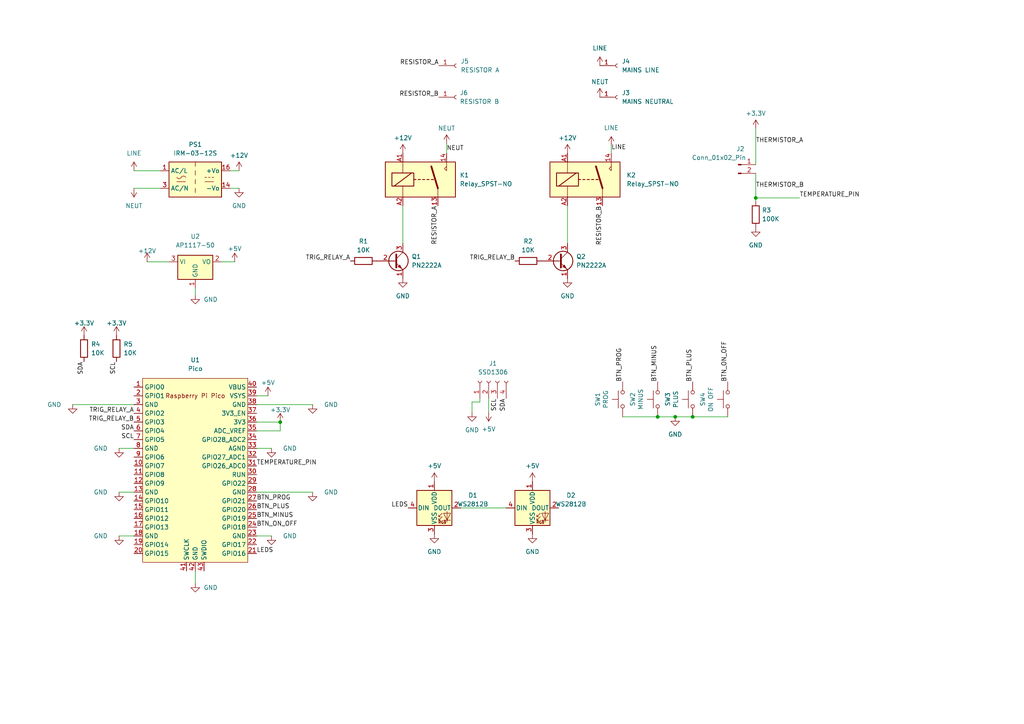
<source format=kicad_sch>
(kicad_sch (version 20230121) (generator eeschema)
  (paper "A4")
  (lib_symbols
    (symbol "Connector:Conn_01x01_Socket" (pin_names (offset 1.016) hide)
      (property "Reference" "J" (at 0 2.54 0))
      (property "Value" "Conn_01x01_Socket" (at 0 -2.54 0))
      (symbol "Conn_01x01_Socket_1_1"
        (polyline (pts (xy -1.27 0) (xy -0.508 0)) (stroke (width 0.1524)))
        (arc (start 0 0.508) (mid -0.5058 0) (end 0 -0.508) (stroke (width 0.1524)))
        (pin passive line (at -5.08 0 0) (length 3.81) (name "Pin_1") (number "1"))
      )
    )
    (symbol "Connector:Conn_01x02_Pin" (pin_names (offset 1.016) hide)
      (property "Reference" "J" (at 0 2.54 0))
      (property "Value" "Conn_01x02_Pin" (at 0 -5.08 0))
      (symbol "Conn_01x02_Pin_1_1"
        (polyline (pts (xy 1.27 -2.54) (xy 0.8636 -2.54)) (stroke (width 0.1524)))
        (polyline (pts (xy 1.27 0) (xy 0.8636 0)) (stroke (width 0.1524)))
        (rectangle (start 0.8636 -2.413) (end 0 -2.667) (stroke (width 0.1524)) (fill (type outline)))
        (rectangle (start 0.8636 0.127) (end 0 -0.127) (stroke (width 0.1524)) (fill (type outline)))
        (pin passive line (at 5.08 0 180) (length 3.81) (name "Pin_1") (number "1"))
        (pin passive line (at 5.08 -2.54 180) (length 3.81) (name "Pin_2") (number "2"))
      )
    )
    (symbol "Connector:Conn_01x04_Socket" (pin_names (offset 1.016) hide)
      (property "Reference" "J" (at 0 5.08 0))
      (property "Value" "Conn_01x04_Socket" (at 0 -7.62 0))
      (symbol "Conn_01x04_Socket_1_1"
        (arc (start 0 -4.572) (mid -0.5058 -5.08) (end 0 -5.588) (stroke (width 0.1524)))
        (arc (start 0 -2.032) (mid -0.5058 -2.54) (end 0 -3.048) (stroke (width 0.1524)))
        (polyline (pts (xy -1.27 -5.08) (xy -0.508 -5.08)) (stroke (width 0.1524)))
        (polyline (pts (xy -1.27 -2.54) (xy -0.508 -2.54)) (stroke (width 0.1524)))
        (polyline (pts (xy -1.27 0) (xy -0.508 0)) (stroke (width 0.1524)))
        (polyline (pts (xy -1.27 2.54) (xy -0.508 2.54)) (stroke (width 0.1524)))
        (arc (start 0 0.508) (mid -0.5058 0) (end 0 -0.508) (stroke (width 0.1524)))
        (arc (start 0 3.048) (mid -0.5058 2.54) (end 0 2.032) (stroke (width 0.1524)))
        (pin passive line (at -5.08 2.54 0) (length 3.81) (name "Pin_1") (number "1"))
        (pin passive line (at -5.08 0 0) (length 3.81) (name "Pin_2") (number "2"))
        (pin passive line (at -5.08 -2.54 0) (length 3.81) (name "Pin_3") (number "3"))
        (pin passive line (at -5.08 -5.08 0) (length 3.81) (name "Pin_4") (number "4"))
      )
    )
    (symbol "Converter_ACDC:IRM-03-12S"
      (property "Reference" "PS" (at 0 6.35 0))
      (property "Value" "IRM-03-12S" (at 0 -6.35 0))
      (symbol "IRM-03-12S_0_1"
        (rectangle (start -7.62 5.08) (end 7.62 -5.08) (stroke (width 0.254)) (fill (type background)))
        (arc (start -5.334 0.635) (mid -4.699 0.2495) (end -4.064 0.635))
        (arc (start -2.794 0.635) (mid -3.429 1.0072) (end -4.064 0.635))
        (polyline (pts (xy -5.334 -0.635) (xy -2.794 -0.635)))
        (polyline (pts (xy 0 -2.54) (xy 0 -3.81)))
        (polyline (pts (xy 0 0) (xy 0 -1.27)))
        (polyline (pts (xy 0 2.54) (xy 0 1.27)))
        (polyline (pts (xy 0 5.08) (xy 0 3.81)))
        (polyline (pts (xy 2.794 -0.635) (xy 5.334 -0.635)))
        (polyline (pts (xy 2.794 0.635) (xy 3.302 0.635)))
        (polyline (pts (xy 3.81 0.635) (xy 4.318 0.635)))
        (polyline (pts (xy 4.826 0.635) (xy 5.334 0.635)))
      )
      (symbol "IRM-03-12S_1_1"
        (pin power_in line (at -10.16 2.54 0) (length 2.54) (name "AC/L") (number "1"))
        (pin power_out line (at 10.16 -2.54 180) (length 2.54) (name "-Vo") (number "14"))
        (pin power_out line (at 10.16 2.54 180) (length 2.54) (name "+Vo") (number "16"))
        (pin power_in line (at -10.16 -2.54 0) (length 2.54) (name "AC/N") (number "3"))
      )
    )
    (symbol "Device:R" (pin_numbers hide) (pin_names (offset 0))
      (property "Reference" "R" (at 2.032 0 90))
      (property "Value" "R" (at 0 0 90))
      (symbol "R_0_1"
        (rectangle (start -1.016 -2.54) (end 1.016 2.54) (stroke (width 0.254)))
      )
      (symbol "R_1_1"
        (pin passive line (at 0 3.81 270) (length 1.27) (name "~") (number "1"))
        (pin passive line (at 0 -3.81 90) (length 1.27) (name "~") (number "2"))
      )
    )
    (symbol "LED:WS2812B" (pin_names (offset 0.254))
      (property "Reference" "D" (at 5.08 5.715 0))
      (property "Value" "WS2812B" (at 1.27 -5.715 0))
      (symbol "WS2812B_0_0"
        (text "RGB" (at 2.286 -4.191 0) (effects (font (size 0.762 0.762))))
      )
      (symbol "WS2812B_0_1"
        (polyline (pts (xy 1.27 -3.556) (xy 1.778 -3.556)))
        (polyline (pts (xy 1.27 -2.54) (xy 1.778 -2.54)))
        (polyline (pts (xy 4.699 -3.556) (xy 2.667 -3.556)))
        (polyline (pts (xy 2.286 -2.54) (xy 1.27 -3.556) (xy 1.27 -3.048)))
        (polyline (pts (xy 2.286 -1.524) (xy 1.27 -2.54) (xy 1.27 -2.032)))
        (polyline (pts (xy 3.683 -1.016) (xy 3.683 -3.556) (xy 3.683 -4.064)))
        (polyline (pts (xy 4.699 -1.524) (xy 2.667 -1.524) (xy 3.683 -3.556) (xy 4.699 -1.524)))
        (rectangle (start 5.08 5.08) (end -5.08 -5.08) (stroke (width 0.254)) (fill (type background)))
      )
      (symbol "WS2812B_1_1"
        (pin power_in line (at 0 7.62 270) (length 2.54) (name "VDD") (number "1"))
        (pin output line (at 7.62 0 180) (length 2.54) (name "DOUT") (number "2"))
        (pin power_in line (at 0 -7.62 90) (length 2.54) (name "VSS") (number "3"))
        (pin input line (at -7.62 0 0) (length 2.54) (name "DIN") (number "4"))
      )
    )
    (symbol "Regulator_Linear:AP1117-50"
      (property "Reference" "U" (at -3.81 3.175 0))
      (property "Value" "AP1117-50" (at 0 3.175 0))
      (symbol "AP1117-50_0_1"
        (rectangle (start -5.08 -5.08) (end 5.08 1.905) (stroke (width 0.254)) (fill (type background)))
      )
      (symbol "AP1117-50_1_1"
        (pin power_in line (at 0 -7.62 90) (length 2.54) (name "GND") (number "1"))
        (pin power_out line (at 7.62 0 180) (length 2.54) (name "VO") (number "2"))
        (pin power_in line (at -7.62 0 0) (length 2.54) (name "VI") (number "3"))
      )
    )
    (symbol "Relay:Relay_SPST-NO"
      (property "Reference" "K" (at 11.43 3.81 0))
      (property "Value" "Relay_SPST-NO" (at 11.43 1.27 0))
      (symbol "Relay_SPST-NO_0_0"
        (polyline (pts (xy 7.62 5.08) (xy 7.62 2.54) (xy 6.985 3.175) (xy 7.62 3.81)))
      )
      (symbol "Relay_SPST-NO_0_1"
        (rectangle (start -10.16 5.08) (end 10.16 -5.08) (stroke (width 0.254)) (fill (type background)))
        (rectangle (start -8.255 1.905) (end -1.905 -1.905) (stroke (width 0.254)))
        (polyline (pts (xy -7.62 -1.905) (xy -2.54 1.905)) (stroke (width 0.254)))
        (polyline (pts (xy -5.08 -5.08) (xy -5.08 -1.905)))
        (polyline (pts (xy -5.08 5.08) (xy -5.08 1.905)))
        (polyline (pts (xy -1.905 0) (xy -1.27 0)) (stroke (width 0.254)))
        (polyline (pts (xy -0.635 0) (xy 0 0)) (stroke (width 0.254)))
        (polyline (pts (xy 0.635 0) (xy 1.27 0)) (stroke (width 0.254)))
        (polyline (pts (xy 1.905 0) (xy 2.54 0)) (stroke (width 0.254)))
        (polyline (pts (xy 3.175 0) (xy 3.81 0)) (stroke (width 0.254)))
        (polyline (pts (xy 5.08 -2.54) (xy 3.175 3.81)) (stroke (width 0.508)))
        (polyline (pts (xy 5.08 -2.54) (xy 5.08 -5.08)))
      )
      (symbol "Relay_SPST-NO_1_1"
        (pin passive line (at 5.08 -7.62 90) (length 2.54) (name "~") (number "13"))
        (pin passive line (at 7.62 7.62 270) (length 2.54) (name "~") (number "14"))
        (pin passive line (at -5.08 7.62 270) (length 2.54) (name "~") (number "A1"))
        (pin passive line (at -5.08 -7.62 90) (length 2.54) (name "~") (number "A2"))
      )
    )
    (symbol "Switch:SW_Push" (pin_numbers hide) (pin_names (offset 1.016) hide)
      (property "Reference" "SW" (at 1.27 2.54 0))
      (property "Value" "SW_Push" (at 0 -1.524 0))
      (symbol "SW_Push_0_1"
        (circle (center -2.032 0) (radius 0.508))
        (polyline (pts (xy 0 1.27) (xy 0 3.048)))
        (polyline (pts (xy 2.54 1.27) (xy -2.54 1.27)))
        (circle (center 2.032 0) (radius 0.508))
        (pin passive line (at -5.08 0 0) (length 2.54) (name "1") (number "1"))
        (pin passive line (at 5.08 0 180) (length 2.54) (name "2") (number "2"))
      )
    )
    (symbol "Transistor_BJT:PN2222A" (pin_names (offset 0) hide)
      (property "Reference" "Q" (at 5.08 1.905 0))
      (property "Value" "PN2222A" (at 5.08 0 0))
      (symbol "PN2222A_0_1"
        (polyline (pts (xy 0 0) (xy 0.635 0)))
        (polyline (pts (xy 2.54 -2.54) (xy 0.635 -0.635)))
        (polyline (pts (xy 2.54 2.54) (xy 0.635 0.635)))
        (polyline (pts (xy 0.635 1.905) (xy 0.635 -1.905) (xy 0.635 -1.905)) (stroke (width 0.508)))
        (polyline (pts (xy 2.413 -2.413) (xy 1.905 -1.905) (xy 1.905 -1.905)))
        (polyline (pts (xy 1.143 -1.651) (xy 1.651 -1.143) (xy 2.159 -2.159) (xy 1.143 -1.651) (xy 1.143 -1.651)) (fill (type outline)))
        (circle (center 1.27 0) (radius 2.8194) (stroke (width 0.254)))
      )
      (symbol "PN2222A_1_1"
        (pin passive line (at 2.54 -5.08 90) (length 2.54) (name "E") (number "1"))
        (pin input line (at -5.08 0 0) (length 5.08) (name "B") (number "2"))
        (pin passive line (at 2.54 5.08 270) (length 2.54) (name "C") (number "3"))
      )
    )
    (symbol "local:Pico"
      (property "Reference" "U" (at -13.97 27.94 0))
      (property "Value" "Pico" (at 0 19.05 0))
      (symbol "Pico_0_0"
        (text "Raspberry Pi Pico" (at 0 21.59 0) (effects (font (size 1.27 1.27))))
      )
      (symbol "Pico_0_1"
        (rectangle (start -15.24 26.67) (end 15.24 -26.67) (fill (type background)))
      )
      (symbol "Pico_1_1"
        (pin bidirectional line (at -17.78 24.13 0) (length 2.54) (name "GPIO0") (number "1"))
        (pin bidirectional line (at -17.78 1.27 0) (length 2.54) (name "GPIO7") (number "10"))
        (pin bidirectional line (at -17.78 -1.27 0) (length 2.54) (name "GPIO8") (number "11"))
        (pin bidirectional line (at -17.78 -3.81 0) (length 2.54) (name "GPIO9") (number "12"))
        (pin power_in line (at -17.78 -6.35 0) (length 2.54) (name "GND") (number "13"))
        (pin bidirectional line (at -17.78 -8.89 0) (length 2.54) (name "GPIO10") (number "14"))
        (pin bidirectional line (at -17.78 -11.43 0) (length 2.54) (name "GPIO11") (number "15"))
        (pin bidirectional line (at -17.78 -13.97 0) (length 2.54) (name "GPIO12") (number "16"))
        (pin bidirectional line (at -17.78 -16.51 0) (length 2.54) (name "GPIO13") (number "17"))
        (pin power_in line (at -17.78 -19.05 0) (length 2.54) (name "GND") (number "18"))
        (pin bidirectional line (at -17.78 -21.59 0) (length 2.54) (name "GPIO14") (number "19"))
        (pin bidirectional line (at -17.78 21.59 0) (length 2.54) (name "GPIO1") (number "2"))
        (pin bidirectional line (at -17.78 -24.13 0) (length 2.54) (name "GPIO15") (number "20"))
        (pin bidirectional line (at 17.78 -24.13 180) (length 2.54) (name "GPIO16") (number "21"))
        (pin bidirectional line (at 17.78 -21.59 180) (length 2.54) (name "GPIO17") (number "22"))
        (pin power_in line (at 17.78 -19.05 180) (length 2.54) (name "GND") (number "23"))
        (pin bidirectional line (at 17.78 -16.51 180) (length 2.54) (name "GPIO18") (number "24"))
        (pin bidirectional line (at 17.78 -13.97 180) (length 2.54) (name "GPIO19") (number "25"))
        (pin bidirectional line (at 17.78 -11.43 180) (length 2.54) (name "GPIO20") (number "26"))
        (pin bidirectional line (at 17.78 -8.89 180) (length 2.54) (name "GPIO21") (number "27"))
        (pin power_in line (at 17.78 -6.35 180) (length 2.54) (name "GND") (number "28"))
        (pin bidirectional line (at 17.78 -3.81 180) (length 2.54) (name "GPIO22") (number "29"))
        (pin power_in line (at -17.78 19.05 0) (length 2.54) (name "GND") (number "3"))
        (pin input line (at 17.78 -1.27 180) (length 2.54) (name "RUN") (number "30"))
        (pin bidirectional line (at 17.78 1.27 180) (length 2.54) (name "GPIO26_ADC0") (number "31"))
        (pin bidirectional line (at 17.78 3.81 180) (length 2.54) (name "GPIO27_ADC1") (number "32"))
        (pin power_in line (at 17.78 6.35 180) (length 2.54) (name "AGND") (number "33"))
        (pin bidirectional line (at 17.78 8.89 180) (length 2.54) (name "GPIO28_ADC2") (number "34"))
        (pin power_in line (at 17.78 11.43 180) (length 2.54) (name "ADC_VREF") (number "35"))
        (pin power_in line (at 17.78 13.97 180) (length 2.54) (name "3V3") (number "36"))
        (pin input line (at 17.78 16.51 180) (length 2.54) (name "3V3_EN") (number "37"))
        (pin bidirectional line (at 17.78 19.05 180) (length 2.54) (name "GND") (number "38"))
        (pin power_in line (at 17.78 21.59 180) (length 2.54) (name "VSYS") (number "39"))
        (pin bidirectional line (at -17.78 16.51 0) (length 2.54) (name "GPIO2") (number "4"))
        (pin power_in line (at 17.78 24.13 180) (length 2.54) (name "VBUS") (number "40"))
        (pin input line (at -2.54 -29.21 90) (length 2.54) (name "SWCLK") (number "41"))
        (pin power_in line (at 0 -29.21 90) (length 2.54) (name "GND") (number "42"))
        (pin bidirectional line (at 2.54 -29.21 90) (length 2.54) (name "SWDIO") (number "43"))
        (pin bidirectional line (at -17.78 13.97 0) (length 2.54) (name "GPIO3") (number "5"))
        (pin bidirectional line (at -17.78 11.43 0) (length 2.54) (name "GPIO4") (number "6"))
        (pin bidirectional line (at -17.78 8.89 0) (length 2.54) (name "GPIO5") (number "7"))
        (pin power_in line (at -17.78 6.35 0) (length 2.54) (name "GND") (number "8"))
        (pin bidirectional line (at -17.78 3.81 0) (length 2.54) (name "GPIO6") (number "9"))
      )
    )
    (symbol "power:+12V" (power) (pin_names (offset 0))
      (property "Value" "+12V" (at 0 3.556 0))
      (symbol "+12V_0_1"
        (polyline (pts (xy -0.762 1.27) (xy 0 2.54)))
        (polyline (pts (xy 0 0) (xy 0 2.54)))
        (polyline (pts (xy 0 2.54) (xy 0.762 1.27)))
      )
      (symbol "+12V_1_1"
        (pin power_in line (at 0 0 90) (length 0) hide (name "+12V") (number "1"))
      )
    )
    (symbol "power:+3.3V" (power) (pin_names (offset 0))
      (property "Value" "+3.3V" (at 0 3.556 0))
      (symbol "+3.3V_0_1"
        (polyline (pts (xy -0.762 1.27) (xy 0 2.54)))
        (polyline (pts (xy 0 0) (xy 0 2.54)))
        (polyline (pts (xy 0 2.54) (xy 0.762 1.27)))
      )
      (symbol "+3.3V_1_1"
        (pin power_in line (at 0 0 90) (length 0) hide (name "+3.3V") (number "1"))
      )
    )
    (symbol "power:+5V" (power) (pin_names (offset 0))
      (property "Value" "+5V" (at 0 3.556 0))
      (symbol "+5V_0_1"
        (polyline (pts (xy -0.762 1.27) (xy 0 2.54)))
        (polyline (pts (xy 0 0) (xy 0 2.54)))
        (polyline (pts (xy 0 2.54) (xy 0.762 1.27)))
      )
      (symbol "+5V_1_1"
        (pin power_in line (at 0 0 90) (length 0) hide (name "+5V") (number "1"))
      )
    )
    (symbol "power:GND" (power) (pin_names (offset 0))
      (property "Value" "GND" (at 0 -3.81 0))
      (symbol "GND_0_1"
        (polyline (pts (xy 0 0) (xy 0 -1.27) (xy 1.27 -1.27) (xy 0 -2.54) (xy -1.27 -1.27) (xy 0 -1.27)))
      )
      (symbol "GND_1_1"
        (pin power_in line (at 0 0 270) (length 0) hide (name "GND") (number "1"))
      )
    )
    (symbol "power:LINE" (power) (pin_names (offset 0))
      (property "Value" "LINE" (at 0 3.81 0))
      (symbol "LINE_0_1"
        (polyline (pts (xy -0.762 1.27) (xy 0 2.54)))
        (polyline (pts (xy 0 0) (xy 0 2.54)))
        (polyline (pts (xy 0 2.54) (xy 0.762 1.27)))
      )
      (symbol "LINE_1_1"
        (pin power_in line (at 0 0 90) (length 0) hide (name "LINE") (number "1"))
      )
    )
    (symbol "power:NEUT" (power) (pin_names (offset 0))
      (property "Value" "NEUT" (at 0 3.81 0))
      (symbol "NEUT_0_1"
        (polyline (pts (xy -0.762 1.27) (xy 0 2.54)))
        (polyline (pts (xy 0 0) (xy 0 2.54)))
        (polyline (pts (xy 0 2.54) (xy 0.762 1.27)))
      )
      (symbol "NEUT_1_1"
        (pin power_in line (at 0 0 90) (length 0) hide (name "NEUT") (number "1"))
      )
    )
  )
  (junction (at 200.914 120.904))
  (junction (at 195.834 120.904))
  (junction (at 81.28 122.428))
  (junction (at 219.202 57.404))
  (junction (at 190.754 120.904))
  (wire (pts (xy 74.422 114.808) (xy 77.724 114.808)))
  (wire (pts (xy 219.202 37.338) (xy 219.202 47.752)))
  (wire (pts (xy 69.342 49.53) (xy 66.802 49.53)))
  (wire (pts (xy 64.262 75.946) (xy 68.072 75.946)))
  (wire (pts (xy 69.342 54.61) (xy 66.802 54.61)))
  (wire (pts (xy 78.74 130.048) (xy 74.422 130.048)))
  (wire (pts (xy 78.74 155.448) (xy 74.422 155.448)))
  (wire (pts (xy 164.592 59.69) (xy 164.592 70.612)))
  (wire (pts (xy 116.84 59.69) (xy 116.84 70.612)))
  (wire (pts (xy 133.604 147.32) (xy 146.812 147.32)))
  (wire (pts (xy 38.862 54.61) (xy 46.482 54.61)))
  (wire (pts (xy 136.906 119.634) (xy 136.906 116.586)))
  (wire (pts (xy 21.082 117.348) (xy 38.862 117.348)))
  (wire (pts (xy 139.192 116.586) (xy 139.192 115.57)))
  (wire (pts (xy 136.906 116.586) (xy 139.192 116.586)))
  (wire (pts (xy 90.678 142.748) (xy 74.422 142.748)))
  (wire (pts (xy 195.834 120.904) (xy 200.914 120.904)))
  (wire (pts (xy 56.642 83.566) (xy 56.642 85.598)))
  (wire (pts (xy 90.678 117.348) (xy 74.422 117.348)))
  (wire (pts (xy 34.544 155.448) (xy 38.862 155.448)))
  (wire (pts (xy 219.202 57.404) (xy 231.902 57.404)))
  (wire (pts (xy 74.422 122.428) (xy 81.28 122.428)))
  (wire (pts (xy 81.28 124.968) (xy 81.28 122.428)))
  (wire (pts (xy 38.862 49.53) (xy 46.482 49.53)))
  (wire (pts (xy 34.544 130.048) (xy 38.862 130.048)))
  (wire (pts (xy 180.594 120.904) (xy 190.754 120.904)))
  (wire (pts (xy 219.202 57.404) (xy 219.202 58.42)))
  (wire (pts (xy 129.54 41.656) (xy 129.54 44.45)))
  (wire (pts (xy 200.914 120.904) (xy 211.074 120.904)))
  (wire (pts (xy 42.672 75.946) (xy 49.022 75.946)))
  (wire (pts (xy 177.292 42.164) (xy 177.292 44.45)))
  (wire (pts (xy 141.732 115.57) (xy 141.732 119.634)))
  (wire (pts (xy 56.642 165.608) (xy 56.642 169.164)))
  (wire (pts (xy 190.754 120.904) (xy 195.834 120.904)))
  (wire (pts (xy 219.202 50.292) (xy 219.202 57.404)))
  (wire (pts (xy 34.544 142.748) (xy 38.862 142.748)))
  (wire (pts (xy 74.422 124.968) (xy 81.28 124.968)))
  (label "BTN_MINUS" (at 74.422 150.368 0))
  (label "THERMISTOR_B" (at 219.202 54.61 0))
  (label "BTN_PLUS" (at 74.422 147.828 0))
  (label "SDA" (at 146.812 115.57 270))
  (label "TEMPERATURE_PIN" (at 74.422 135.128 0))
  (label "TEMPERATURE_PIN" (at 231.902 57.404 0))
  (label "LINE" (at 177.292 43.688 0))
  (label "BTN_PROG" (at 74.422 145.288 0))
  (label "RESISTOR_B" (at 127.254 28.194 180))
  (label "BTN_PROG" (at 180.594 110.744 90))
  (label "SDA" (at 24.384 104.902 270))
  (label "TRIG_RELAY_A" (at 38.862 119.888 180))
  (label "THERMISTOR_A" (at 219.202 41.656 0))
  (label "SCL" (at 144.272 115.57 270))
  (label "NEUT" (at 129.54 43.942 0))
  (label "BTN_PLUS" (at 200.914 110.744 90))
  (label "RESISTOR_A" (at 127 59.69 270))
  (label "TRIG_RELAY_B" (at 149.352 75.692 180))
  (label "RESISTOR_A" (at 127.254 19.05 180))
  (label "BTN_ON_OFF" (at 74.422 152.908 0))
  (label "SCL" (at 33.782 104.902 270))
  (label "RESISTOR_B" (at 174.752 59.69 270))
  (label "SCL" (at 38.862 127.508 180))
  (label "TRIG_RELAY_A" (at 101.6 75.692 180))
  (label "SDA" (at 38.862 124.968 180))
  (label "TRIG_RELAY_B" (at 38.862 122.428 180))
  (label "BTN_ON_OFF" (at 211.074 110.744 90))
  (label "BTN_MINUS" (at 190.754 110.744 90))
  (label "LEDS" (at 118.364 147.32 180))
  (label "LEDS" (at 74.422 160.528 0))
  (symbol (lib_id "power:NEUT") (at 173.99 28.194 0) (unit 1)
    (property "Reference" "#PWR036" (effects hide))
    (property "Value" "NEUT" (at 173.99 23.749 0))
  )
  (symbol (lib_id "Switch:SW_Push") (at 200.914 115.824 90) (unit 1)
    (property "Reference" "SW3" (at 193.675 115.824 0))
    (property "Value" "PLUS" (at 195.9864 115.824 0))
    (property "Footprint" "Button_Switch_THT:SW_PUSH_6mm_H4.3mm" (effects hide))
  )
  (symbol (lib_id "power:+3.3V") (at 219.202 37.338 0) (unit 1)
    (property "Reference" "#PWR011" (effects hide))
    (property "Value" "+3.3V" (at 219.202 32.893 0))
  )
  (symbol (lib_id "power:NEUT") (at 38.862 54.61 180) (unit 1)
    (property "Reference" "#PWR04" (effects hide))
    (property "Value" "NEUT" (at 38.862 59.69 0))
  )
  (symbol (lib_id "power:LINE") (at 177.292 42.164 0) (unit 1)
    (property "Reference" "#PWR05" (effects hide))
    (property "Value" "LINE" (at 177.292 37.084 0))
  )
  (symbol (lib_id "Connector:Conn_01x02_Pin") (at 214.122 47.752 0) (unit 1)
    (property "Reference" "J2" (at 214.757 43.18 0))
    (property "Value" "Conn_01x02_Pin" (at 208.534 45.72 0))
    (property "Footprint" "Connector_JST:JST_XH_B2B-XH-A_1x02_P2.50mm_Vertical" (effects hide))
  )
  (symbol (lib_id "power:+12V") (at 42.672 75.946 0) (unit 1)
    (property "Reference" "#PWR013" (effects hide))
    (property "Value" "+12V" (at 42.672 72.771 0))
  )
  (symbol (lib_id "power:+12V") (at 164.592 44.45 0) (unit 1)
    (property "Reference" "#PWR010" (effects hide))
    (property "Value" "+12V" (at 164.592 40.005 0))
  )
  (symbol (lib_id "power:+5V") (at 77.724 114.808 0) (unit 1)
    (property "Reference" "#PWR016" (effects hide))
    (property "Value" "+5V" (at 77.724 110.998 0))
  )
  (symbol (lib_id "power:+3.3V") (at 33.782 97.282 0) (unit 1)
    (property "Reference" "#PWR030" (effects hide))
    (property "Value" "+3.3V" (at 33.782 93.726 0))
  )
  (symbol (lib_id "power:GND") (at 116.84 80.772 0) (unit 1)
    (property "Reference" "#PWR07" (effects hide))
    (property "Value" "GND" (at 116.84 85.852 0))
  )
  (symbol (lib_id "LED:WS2812B") (at 154.432 147.32 0) (unit 1)
    (property "Reference" "D2" (at 165.608 143.6721 0))
    (property "Value" "WS2812B" (at 165.608 146.2121 0))
    (property "Footprint" "LED_SMD:LED_WS2812B_PLCC4_5.0x5.0mm_P3.2mm" (effects hide))
    (property "Datasheet" "https://cdn-shop.adafruit.com/datasheets/WS2812B.pdf" (effects hide))
  )
  (symbol (lib_id "power:GND") (at 154.432 154.94 0) (unit 1)
    (property "Reference" "#PWR035" (effects hide))
    (property "Value" "GND" (at 154.432 160.02 0))
  )
  (symbol (lib_id "power:GND") (at 34.544 155.448 0) (unit 1)
    (property "Reference" "#PWR018" (effects hide))
    (property "Value" "GND" (at 29.21 155.448 0))
  )
  (symbol (lib_id "Connector:Conn_01x01_Socket") (at 132.334 28.194 0) (unit 1)
    (property "Reference" "J6" (at 133.35 26.924 0) (effects (justify left)))
    (property "Value" "RESISTOR B" (at 133.35 29.464 0) (effects (justify left)))
    (property "Footprint" "Connector_PinSocket_2.54mm:PinSocket_1x01_P2.54mm_Vertical" (effects hide))
  )
  (symbol (lib_id "power:GND") (at 219.202 66.04 0) (unit 1)
    (property "Reference" "#PWR012" (effects hide))
    (property "Value" "GND" (at 219.202 71.12 0))
  )
  (symbol (lib_id "power:GND") (at 34.544 130.048 0) (unit 1)
    (property "Reference" "#PWR020" (effects hide))
    (property "Value" "GND" (at 29.21 130.048 0))
  )
  (symbol (lib_id "Regulator_Linear:AP1117-50") (at 56.642 75.946 0) (unit 1)
    (property "Reference" "U2" (at 56.642 68.58 0))
    (property "Value" "AP1117-50" (at 56.642 71.12 0))
    (property "Footprint" "Package_TO_SOT_SMD:SOT-223-3_TabPin2" (effects hide))
    (property "Datasheet" "http://www.diodes.com/datasheets/AP1117.pdf" (effects hide))
  )
  (symbol (lib_id "Relay:Relay_SPST-NO") (at 121.92 52.07 0) (unit 1)
    (property "Reference" "K1" (at 133.35 50.8 0) (effects (justify left)))
    (property "Value" "Relay_SPST-NO" (at 133.35 53.34 0) (effects (justify left)))
    (property "Footprint" "local:relay_RZHH 1 form A NO" (effects hide))
  )
  (symbol (lib_id "power:NEUT") (at 129.54 41.656 0) (unit 1)
    (property "Reference" "#PWR06" (effects hide))
    (property "Value" "NEUT" (at 129.54 37.211 0))
  )
  (symbol (lib_id "Transistor_BJT:PN2222A") (at 114.3 75.692 0) (unit 1)
    (property "Reference" "Q1" (at 119.38 74.422 0) (effects (justify left)))
    (property "Value" "PN2222A" (at 119.38 76.962 0) (effects (justify left)))
    (property "Footprint" "local:SOT-23 - 2N2222 BEC" (effects hide))
    (property "Datasheet" "https://www.onsemi.com/pub/Collateral/PN2222-D.PDF" (effects hide))
  )
  (symbol (lib_id "Switch:SW_Push") (at 190.754 115.824 90) (unit 1)
    (property "Reference" "SW2" (at 183.515 115.824 0))
    (property "Value" "MINUS" (at 185.8264 115.824 0))
    (property "Footprint" "Button_Switch_THT:SW_PUSH_6mm_H4.3mm" (effects hide))
  )
  (symbol (lib_id "Device:R") (at 153.162 75.692 90) (unit 1)
    (property "Reference" "R2" (at 153.162 69.977 90))
    (property "Value" "10K" (at 153.162 72.517 90))
    (property "Footprint" "Resistor_SMD:R_0805_2012Metric_Pad1.20x1.40mm_HandSolder" (effects hide))
  )
  (symbol (lib_id "Connector:Conn_01x01_Socket") (at 179.07 28.194 0) (unit 1)
    (property "Reference" "J3" (at 180.34 26.924 0) (effects (justify left)))
    (property "Value" "MAINS NEUTRAL" (at 180.34 29.464 0) (effects (justify left)))
    (property "Footprint" "local:mains connector" (effects hide))
  )
  (symbol (lib_id "power:LINE") (at 173.99 19.05 0) (unit 1)
    (property "Reference" "#PWR037" (effects hide))
    (property "Value" "LINE" (at 173.99 13.97 0))
  )
  (symbol (lib_id "power:GND") (at 78.74 130.048 0) (mirror y) (unit 1)
    (property "Reference" "#PWR023" (effects hide))
    (property "Value" "GND" (at 84.074 130.048 0))
  )
  (symbol (lib_id "Switch:SW_Push") (at 180.594 115.824 90) (unit 1)
    (property "Reference" "SW1" (at 173.355 115.824 0))
    (property "Value" "PROG" (at 175.6664 115.824 0))
    (property "Footprint" "Button_Switch_THT:SW_PUSH_6mm_H4.3mm" (effects hide))
  )
  (symbol (lib_id "Transistor_BJT:PN2222A") (at 162.052 75.692 0) (unit 1)
    (property "Reference" "Q2" (at 167.132 74.422 0) (effects (justify left)))
    (property "Value" "PN2222A" (at 167.132 76.962 0) (effects (justify left)))
    (property "Footprint" "local:SOT-23 - 2N2222 BEC" (effects hide))
    (property "Datasheet" "https://www.onsemi.com/pub/Collateral/PN2222-D.PDF" (effects hide))
  )
  (symbol (lib_id "power:+12V") (at 69.342 49.53 0) (unit 1)
    (property "Reference" "#PWR01" (effects hide))
    (property "Value" "+12V" (at 69.342 45.085 0))
  )
  (symbol (lib_id "Relay:Relay_SPST-NO") (at 169.672 52.07 0) (unit 1)
    (property "Reference" "K2" (at 181.737 50.8 0) (effects (justify left)))
    (property "Value" "Relay_SPST-NO" (at 181.737 53.34 0) (effects (justify left)))
    (property "Footprint" "local:relay_RZHH 1 form A NO" (effects hide))
  )
  (symbol (lib_id "power:+3.3V") (at 81.28 122.428 0) (unit 1)
    (property "Reference" "#PWR024" (effects hide))
    (property "Value" "+3.3V" (at 81.28 118.872 0))
  )
  (symbol (lib_id "power:GND") (at 136.906 119.634 0) (unit 1)
    (property "Reference" "#PWR027" (effects hide))
    (property "Value" "GND" (at 136.906 124.714 0))
  )
  (symbol (lib_id "power:GND") (at 34.544 142.748 0) (unit 1)
    (property "Reference" "#PWR019" (effects hide))
    (property "Value" "GND" (at 29.21 142.748 0))
  )
  (symbol (lib_id "local:Pico") (at 56.642 136.398 0) (unit 1)
    (property "Reference" "U1" (at 56.642 104.394 0))
    (property "Value" "Pico" (at 56.642 106.934 0))
    (property "Footprint" "local:RPi_Pico_SMD_TH" (effects hide))
  )
  (symbol (lib_id "power:+5V") (at 68.072 75.946 0) (unit 1)
    (property "Reference" "#PWR015" (effects hide))
    (property "Value" "+5V" (at 68.072 72.136 0))
  )
  (symbol (lib_id "power:+3.3V") (at 24.384 97.282 0) (unit 1)
    (property "Reference" "#PWR031" (effects hide))
    (property "Value" "+3.3V" (at 24.384 93.726 0))
  )
  (symbol (lib_id "power:GND") (at 195.834 120.904 0) (unit 1)
    (property "Reference" "#PWR029" (effects hide))
    (property "Value" "GND" (at 195.834 125.984 0))
  )
  (symbol (lib_id "power:GND") (at 125.984 154.94 0) (unit 1)
    (property "Reference" "#PWR033" (effects hide))
    (property "Value" "GND" (at 125.984 160.02 0))
  )
  (symbol (lib_id "Device:R") (at 33.782 101.092 180) (unit 1)
    (property "Reference" "R5" (at 35.814 99.822 0) (effects (justify right)))
    (property "Value" "10K" (at 35.814 102.362 0) (effects (justify right)))
    (property "Footprint" "Resistor_SMD:R_0805_2012Metric_Pad1.20x1.40mm_HandSolder" (effects hide))
  )
  (symbol (lib_id "power:GND") (at 56.642 169.164 0) (unit 1)
    (property "Reference" "#PWR017" (effects hide))
    (property "Value" "GND" (at 61.087 170.434 0))
  )
  (symbol (lib_id "power:GND") (at 164.592 80.772 0) (unit 1)
    (property "Reference" "#PWR08" (effects hide))
    (property "Value" "GND" (at 164.592 85.852 0))
  )
  (symbol (lib_id "power:LINE") (at 38.862 49.53 0) (unit 1)
    (property "Reference" "#PWR03" (effects hide))
    (property "Value" "LINE" (at 38.862 44.45 0))
  )
  (symbol (lib_id "power:GND") (at 21.082 117.348 0) (unit 1)
    (property "Reference" "#PWR021" (effects hide))
    (property "Value" "GND" (at 15.748 117.348 0))
  )
  (symbol (lib_id "LED:WS2812B") (at 125.984 147.32 0) (unit 1)
    (property "Reference" "D1" (at 137.16 143.6721 0))
    (property "Value" "WS2812B" (at 137.16 146.2121 0))
    (property "Footprint" "LED_SMD:LED_WS2812B_PLCC4_5.0x5.0mm_P3.2mm" (effects hide))
    (property "Datasheet" "https://cdn-shop.adafruit.com/datasheets/WS2812B.pdf" (effects hide))
  )
  (symbol (lib_id "power:+5V") (at 141.732 119.634 180) (unit 1)
    (property "Reference" "#PWR028" (effects hide))
    (property "Value" "+5V" (at 141.732 124.46 0))
  )
  (symbol (lib_id "Connector:Conn_01x01_Socket") (at 179.07 19.05 0) (unit 1)
    (property "Reference" "J4" (at 180.34 17.78 0) (effects (justify left)))
    (property "Value" "MAINS LINE" (at 180.34 20.32 0) (effects (justify left)))
    (property "Footprint" "local:mains connector" (effects hide))
  )
  (symbol (lib_id "Device:R") (at 24.384 101.092 180) (unit 1)
    (property "Reference" "R4" (at 26.416 99.822 0) (effects (justify right)))
    (property "Value" "10K" (at 26.416 102.362 0) (effects (justify right)))
    (property "Footprint" "Resistor_SMD:R_0805_2012Metric_Pad1.20x1.40mm_HandSolder" (effects hide))
  )
  (symbol (lib_id "Connector:Conn_01x04_Socket") (at 141.732 110.49 90) (unit 1)
    (property "Reference" "J1" (at 143.002 105.41 90))
    (property "Value" "SSD1306" (at 143.002 107.95 90))
    (property "Footprint" "Connector_PinSocket_2.54mm:PinSocket_1x04_P2.54mm_Vertical" (effects hide))
  )
  (symbol (lib_id "Converter_ACDC:IRM-03-12S") (at 56.642 52.07 0) (unit 1)
    (property "Reference" "PS1" (at 56.642 41.91 0))
    (property "Value" "IRM-03-12S" (at 56.642 44.45 0))
    (property "Footprint" "Converter_ACDC:Converter_ACDC_MeanWell_IRM-03-xx_SMD" (effects hide))
    (property "Datasheet" "https://www.meanwell.com/Upload/PDF/IRM-03/IRM-03-SPEC.PDF" (effects hide))
  )
  (symbol (lib_id "power:GND") (at 90.678 142.748 0) (mirror y) (unit 1)
    (property "Reference" "#PWR025" (effects hide))
    (property "Value" "GND" (at 96.012 142.748 0))
  )
  (symbol (lib_id "power:+5V") (at 125.984 139.7 0) (unit 1)
    (property "Reference" "#PWR032" (effects hide))
    (property "Value" "+5V" (at 125.984 135.128 0))
  )
  (symbol (lib_id "power:GND") (at 90.678 117.348 0) (mirror y) (unit 1)
    (property "Reference" "#PWR022" (effects hide))
    (property "Value" "GND" (at 96.012 117.348 0))
  )
  (symbol (lib_id "Device:R") (at 105.41 75.692 90) (unit 1)
    (property "Reference" "R1" (at 105.41 69.977 90))
    (property "Value" "10K" (at 105.41 72.517 90))
    (property "Footprint" "Resistor_SMD:R_0805_2012Metric_Pad1.20x1.40mm_HandSolder" (effects hide))
  )
  (symbol (lib_id "Device:R") (at 219.202 62.23 0) (unit 1)
    (property "Reference" "R3" (at 220.98 60.96 0) (effects (justify left)))
    (property "Value" "100K" (at 220.98 63.5 0) (effects (justify left)))
    (property "Footprint" "Resistor_SMD:R_0805_2012Metric_Pad1.20x1.40mm_HandSolder" (effects hide))
  )
  (symbol (lib_id "Connector:Conn_01x01_Socket") (at 132.334 19.05 0) (unit 1)
    (property "Reference" "J5" (at 133.604 17.78 0) (effects (justify left)))
    (property "Value" "RESISTOR A" (at 133.604 20.32 0) (effects (justify left)))
    (property "Footprint" "Connector_PinSocket_2.54mm:PinSocket_1x01_P2.54mm_Vertical" (effects hide))
  )
  (symbol (lib_id "power:+5V") (at 154.432 139.7 0) (unit 1)
    (property "Reference" "#PWR034" (effects hide))
    (property "Value" "+5V" (at 154.432 135.128 0))
  )
  (symbol (lib_id "Switch:SW_Push") (at 211.074 115.824 90) (unit 1)
    (property "Reference" "SW4" (at 203.835 115.824 0))
    (property "Value" "ON OFF" (at 206.1464 115.824 0))
    (property "Footprint" "Button_Switch_THT:SW_PUSH_6mm_H4.3mm" (effects hide))
  )
  (symbol (lib_id "power:+12V") (at 116.84 44.45 0) (unit 1)
    (property "Reference" "#PWR09" (effects hide))
    (property "Value" "+12V" (at 116.84 40.005 0))
  )
  (symbol (lib_id "power:GND") (at 78.74 155.448 0) (mirror y) (unit 1)
    (property "Reference" "#PWR026" (effects hide))
    (property "Value" "GND" (at 84.074 155.448 0))
  )
  (symbol (lib_id "power:GND") (at 69.342 54.61 0) (unit 1)
    (property "Reference" "#PWR02" (effects hide))
    (property "Value" "GND" (at 69.342 59.69 0))
  )
  (symbol (lib_id "power:GND") (at 56.642 85.598 0) (unit 1)
    (property "Reference" "#PWR014" (effects hide))
    (property "Value" "GND" (at 61.087 86.868 0))
  )
)
</source>
